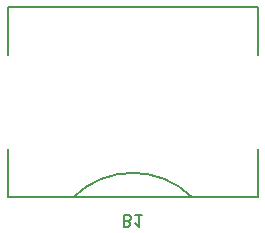
<source format=gbr>
%TF.GenerationSoftware,KiCad,Pcbnew,6.0.7-1.fc36*%
%TF.CreationDate,2022-08-25T22:11:40-05:00*%
%TF.ProjectId,ses-badge,7365732d-6261-4646-9765-2e6b69636164,rev?*%
%TF.SameCoordinates,Original*%
%TF.FileFunction,Legend,Bot*%
%TF.FilePolarity,Positive*%
%FSLAX46Y46*%
G04 Gerber Fmt 4.6, Leading zero omitted, Abs format (unit mm)*
G04 Created by KiCad (PCBNEW 6.0.7-1.fc36) date 2022-08-25 22:11:40*
%MOMM*%
%LPD*%
G01*
G04 APERTURE LIST*
%ADD10C,0.150000*%
%ADD11C,0.200000*%
G04 APERTURE END LIST*
D10*
%TO.C,B1*%
X132945238Y-107099428D02*
X133088095Y-107051809D01*
X133135714Y-107004190D01*
X133183333Y-106908952D01*
X133183333Y-106766095D01*
X133135714Y-106670857D01*
X133088095Y-106623238D01*
X132992857Y-106575619D01*
X132611904Y-106575619D01*
X132611904Y-107575619D01*
X132945238Y-107575619D01*
X133040476Y-107528000D01*
X133088095Y-107480380D01*
X133135714Y-107385142D01*
X133135714Y-107289904D01*
X133088095Y-107194666D01*
X133040476Y-107147047D01*
X132945238Y-107099428D01*
X132611904Y-107099428D01*
X134135714Y-106575619D02*
X133564285Y-106575619D01*
X133850000Y-106575619D02*
X133850000Y-107575619D01*
X133754761Y-107432761D01*
X133659523Y-107337523D01*
X133564285Y-107289904D01*
D11*
X122750000Y-93028000D02*
X122750000Y-88978000D01*
X122750000Y-105078000D02*
X143950000Y-105078000D01*
X122750000Y-88978000D02*
X143950000Y-88978000D01*
X122750000Y-105078000D02*
X122750000Y-101028000D01*
X143950000Y-105078000D02*
X143950000Y-101028000D01*
X143950000Y-93053000D02*
X143950000Y-89003000D01*
X138399748Y-105104202D02*
G75*
G03*
X128300252Y-105104202I-5049748J-5102909D01*
G01*
%TD*%
M02*

</source>
